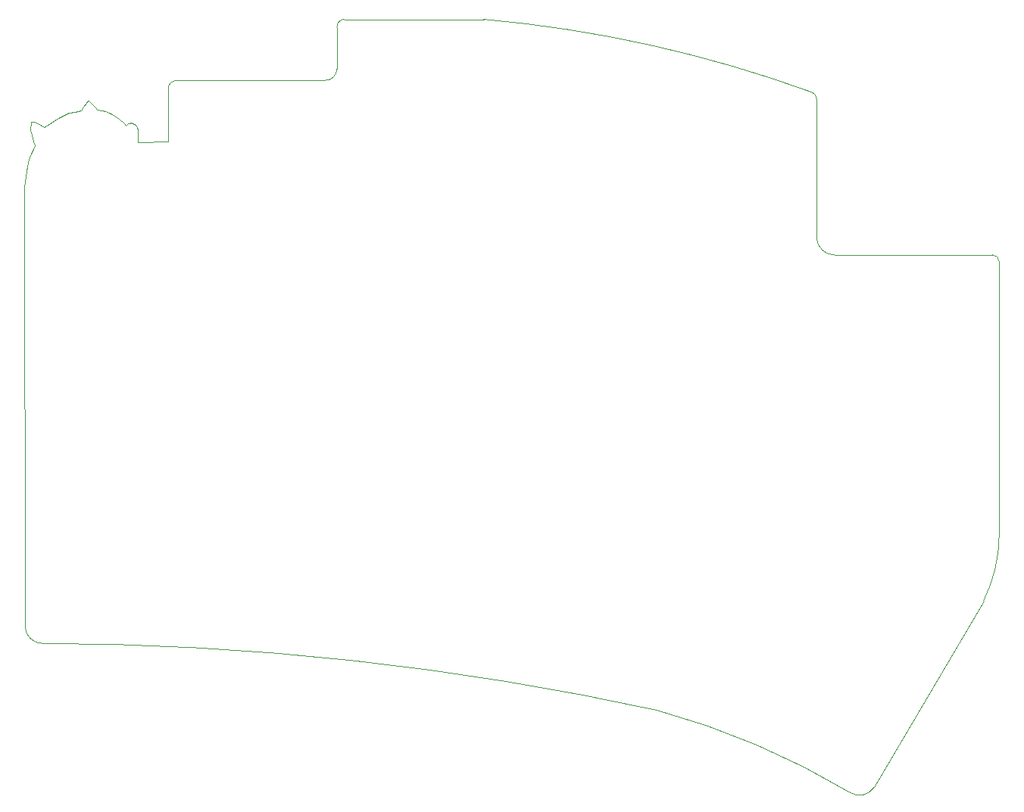
<source format=gbr>
%TF.GenerationSoftware,KiCad,Pcbnew,8.0.8*%
%TF.CreationDate,2025-03-18T19:26:01-05:00*%
%TF.ProjectId,half-swept,68616c66-2d73-4776-9570-742e6b696361,rev?*%
%TF.SameCoordinates,Original*%
%TF.FileFunction,Profile,NP*%
%FSLAX46Y46*%
G04 Gerber Fmt 4.6, Leading zero omitted, Abs format (unit mm)*
G04 Created by KiCad (PCBNEW 8.0.8) date 2025-03-18 19:26:01*
%MOMM*%
%LPD*%
G01*
G04 APERTURE LIST*
%TA.AperFunction,Profile*%
%ADD10C,0.050000*%
%TD*%
G04 APERTURE END LIST*
D10*
X106723179Y-26420644D02*
X106787290Y-26456890D01*
X54450000Y-18250000D02*
X65000000Y-18250000D01*
X53600000Y-19100000D02*
G75*
G02*
X54450000Y-18250000I850000J0D01*
G01*
X53599980Y-23826020D02*
X53600000Y-19100000D01*
X53599980Y-23826020D02*
G75*
G02*
X52300000Y-25075000I-1274980J26020D01*
G01*
X36900000Y-25100000D02*
X52300000Y-25075000D01*
X34725001Y-26001314D02*
G75*
G02*
X35675000Y-25100000I949999J-50000D01*
G01*
X34750000Y-31900000D02*
X34725001Y-26001314D01*
X31310000Y-32010000D02*
X34750000Y-31900000D01*
X31340000Y-31100000D02*
X31310000Y-32010000D01*
X31310000Y-30640000D02*
X31340000Y-31100000D01*
X31250000Y-30340000D02*
X31310000Y-30640000D01*
X31130000Y-30080000D02*
X31250000Y-30340000D01*
X30950000Y-29950000D02*
X31130000Y-30080000D01*
X30790000Y-29870000D02*
X30950000Y-29950000D01*
X30610000Y-29840000D02*
X30790000Y-29870000D01*
X30450000Y-29850000D02*
X30610000Y-29840000D01*
X30250000Y-29930000D02*
X30450000Y-29850000D01*
X30000000Y-30110000D02*
X30250000Y-29930000D01*
X29830000Y-29880000D02*
X30000000Y-30110000D01*
X29650000Y-29720000D02*
X29830000Y-29880000D01*
X29420000Y-29560000D02*
X29650000Y-29720000D01*
X29220000Y-29420000D02*
X29420000Y-29560000D01*
X28990000Y-29240000D02*
X29220000Y-29420000D01*
X28700000Y-29060000D02*
X28990000Y-29240000D01*
X28470000Y-28900000D02*
X28700000Y-29060000D01*
X28110000Y-28710000D02*
X28470000Y-28900000D01*
X27720000Y-28570000D02*
X28110000Y-28710000D01*
X27400000Y-28470000D02*
X27720000Y-28570000D01*
X26810000Y-28350000D02*
X27400000Y-28470000D01*
X26610000Y-28110000D02*
X26810000Y-28350000D01*
X26360000Y-27830000D02*
X26610000Y-28110000D01*
X26030000Y-27490000D02*
X26360000Y-27830000D01*
X25840000Y-27330000D02*
X26030000Y-27490000D01*
X25710000Y-27440000D02*
X25840000Y-27330000D01*
X25560000Y-27640000D02*
X25710000Y-27440000D01*
X25250000Y-28030000D02*
X25560000Y-27640000D01*
X25010000Y-28450000D02*
X25250000Y-28030000D01*
X24320000Y-28580000D02*
X25010000Y-28450000D01*
X23660000Y-28730000D02*
X24320000Y-28580000D01*
X22990000Y-29010000D02*
X23660000Y-28730000D01*
X22450000Y-29300000D02*
X22990000Y-29010000D01*
X21040000Y-30250000D02*
X22450000Y-29300000D01*
X20820000Y-30310000D02*
X21040000Y-30250000D01*
X20150000Y-29930000D02*
X20820000Y-30310000D01*
X19710000Y-29710000D02*
X20150000Y-29930000D01*
X19510000Y-29680000D02*
X19710000Y-29710000D01*
X19450000Y-29740000D02*
X19510000Y-29680000D01*
X19370000Y-29970000D02*
X19450000Y-29740000D01*
X19330000Y-30360000D02*
X19370000Y-29970000D01*
X19330000Y-30650000D02*
X19330000Y-30360000D01*
X19460000Y-31200000D02*
X19330000Y-30650000D01*
X19690000Y-31910000D02*
X19460000Y-31200000D01*
X19860000Y-32380000D02*
X19690000Y-31910000D01*
X19650000Y-32750000D02*
X19860000Y-32380000D01*
X19400000Y-33270000D02*
X19650000Y-32750000D01*
X19230000Y-33720000D02*
X19400000Y-33270000D01*
X19150000Y-33970000D02*
X19230000Y-33720000D01*
X19070000Y-34200000D02*
X19150000Y-33970000D01*
X19040000Y-34410000D02*
X19070000Y-34200000D01*
X19000000Y-34600000D02*
X19040000Y-34410000D01*
X18970000Y-34760000D02*
X19000000Y-34600000D01*
X18950000Y-34910000D02*
X18970000Y-34760000D01*
X18940000Y-35040000D02*
X18950000Y-34910000D01*
X18900000Y-35200000D02*
X18940000Y-35040000D01*
X18690055Y-36976702D02*
X18900000Y-35200000D01*
X36900000Y-25100000D02*
X35675000Y-25100000D01*
X126885000Y-44612000D02*
G75*
G02*
X127635000Y-45362000I0J-750000D01*
G01*
X18690055Y-36976702D02*
X18730254Y-86245024D01*
X106787290Y-26456890D02*
G75*
G02*
X107222001Y-27137420I-315290J-680510D01*
G01*
X89409134Y-95561946D02*
G75*
G02*
X110938000Y-104748000I-22787134J-83226054D01*
G01*
X109257002Y-44614917D02*
G75*
G02*
X107222001Y-42683999I-35002J2000917D01*
G01*
X113670000Y-104149265D02*
G75*
G02*
X110938000Y-104748000I-1662000J1051265D01*
G01*
X20767999Y-88081120D02*
G75*
G02*
X89409134Y-95561947I-578029J-323956240D01*
G01*
X20768000Y-88081119D02*
G75*
G02*
X18730252Y-86245024I-59750J1982509D01*
G01*
X127635000Y-45362000D02*
X127635000Y-62484000D01*
X107222001Y-42683999D02*
X107222045Y-27137419D01*
X109257002Y-44614917D02*
X126885000Y-44612000D01*
X125888304Y-83312000D02*
X113670000Y-104149265D01*
X127635000Y-75987850D02*
G75*
G02*
X125888308Y-83312002I-16773900J129950D01*
G01*
X127635000Y-62484000D02*
X127647000Y-69850000D01*
X127647000Y-69850000D02*
X127635000Y-75987850D01*
X70000000Y-18250002D02*
G75*
G02*
X106723179Y-26420644I-12657371J-143500901D01*
G01*
X70000000Y-18250002D02*
X65000000Y-18250000D01*
M02*

</source>
